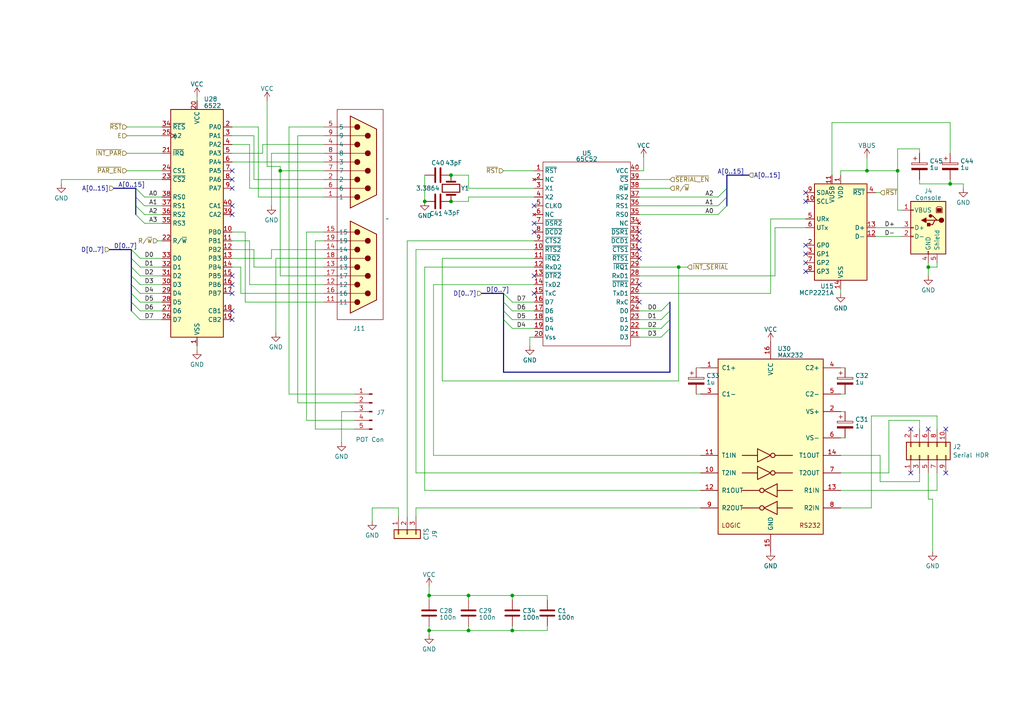
<source format=kicad_sch>
(kicad_sch (version 20231120) (generator "eeschema") (generator_version "8.0")
  (paper "A4")
  (lib_symbols
    (symbol "Connector:USB_B" (pin_names (offset 1.016))
      (property "Reference" "J" (at -5.08 11.43 0))
      (property "Value" "USB_B" (at -5.08 8.89 0))
      (symbol "USB_B_0_1"
        (rectangle (start -5.08 -7.62) (end 5.08 7.62) (stroke (width 0.254)) (fill (type background)))
        (circle (center -3.81 2.159) (radius 0.635) (stroke (width 0.254)) (fill (type outline)))
        (rectangle (start -3.81 5.588) (end -2.54 4.572) (fill (type outline)))
        (circle (center -0.635 3.429) (radius 0.381) (stroke (width 0.254)) (fill (type outline)))
        (rectangle (start -0.127 -7.62) (end 0.127 -6.858))
        (polyline (pts (xy -1.905 2.159) (xy 0.635 2.159)) (stroke (width 0.254)))
        (polyline (pts (xy -3.175 2.159) (xy -2.54 2.159) (xy -1.27 3.429) (xy -0.635 3.429)) (stroke (width 0.254)))
        (polyline (pts (xy -2.54 2.159) (xy -1.905 2.159) (xy -1.27 0.889) (xy 0 0.889)) (stroke (width 0.254)))
        (polyline (pts (xy 0.635 2.794) (xy 0.635 1.524) (xy 1.905 2.159) (xy 0.635 2.794)) (stroke (width 0.254)) (fill (type outline)))
        (polyline (pts (xy -4.064 4.318) (xy -2.286 4.318) (xy -2.286 5.715) (xy -2.667 6.096) (xy -3.683 6.096) (xy -4.064 5.715) (xy -4.064 4.318)))
        (rectangle (start 0.254 1.27) (end -0.508 0.508) (stroke (width 0.254)) (fill (type outline)))
        (rectangle (start 5.08 -2.667) (end 4.318 -2.413))
        (rectangle (start 5.08 -0.127) (end 4.318 0.127))
        (rectangle (start 5.08 4.953) (end 4.318 5.207))
      )
      (symbol "USB_B_1_1"
        (pin power_out line (at 7.62 5.08 180) (length 2.54) (name "VBUS") (number "1"))
        (pin bidirectional line (at 7.62 -2.54 180) (length 2.54) (name "D-") (number "2"))
        (pin bidirectional line (at 7.62 0 180) (length 2.54) (name "D+") (number "3"))
        (pin power_out line (at 0 -10.16 90) (length 2.54) (name "GND") (number "4"))
        (pin passive line (at -2.54 -10.16 90) (length 2.54) (name "Shield") (number "5"))
      )
    )
    (symbol "Connector_Generic:Conn_01x03" (pin_names (offset 1.016) hide)
      (property "Reference" "J" (at 0 5.08 0))
      (property "Value" "Conn_01x03" (at 0 -5.08 0))
      (symbol "Conn_01x03_1_1"
        (rectangle (start -1.27 -2.413) (end 0 -2.667) (stroke (width 0.1524)))
        (rectangle (start -1.27 0.127) (end 0 -0.127) (stroke (width 0.1524)))
        (rectangle (start -1.27 2.667) (end 0 2.413) (stroke (width 0.1524)))
        (rectangle (start -1.27 3.81) (end 1.27 -3.81) (stroke (width 0.254)) (fill (type background)))
        (pin passive line (at -5.08 2.54 0) (length 3.81) (name "Pin_1") (number "1"))
        (pin passive line (at -5.08 0 0) (length 3.81) (name "Pin_2") (number "2"))
        (pin passive line (at -5.08 -2.54 0) (length 3.81) (name "Pin_3") (number "3"))
      )
    )
    (symbol "Connector_Generic:Conn_02x05_Odd_Even" (pin_names (offset 1.016) hide)
      (property "Reference" "J" (at 1.27 7.62 0))
      (property "Value" "Conn_02x05_Odd_Even" (at 1.27 -7.62 0))
      (symbol "Conn_02x05_Odd_Even_1_1"
        (rectangle (start -1.27 -4.953) (end 0 -5.207) (stroke (width 0.1524)))
        (rectangle (start -1.27 -2.413) (end 0 -2.667) (stroke (width 0.1524)))
        (rectangle (start -1.27 0.127) (end 0 -0.127) (stroke (width 0.1524)))
        (rectangle (start -1.27 2.667) (end 0 2.413) (stroke (width 0.1524)))
        (rectangle (start -1.27 5.207) (end 0 4.953) (stroke (width 0.1524)))
        (rectangle (start -1.27 6.35) (end 3.81 -6.35) (stroke (width 0.254)) (fill (type background)))
        (rectangle (start 3.81 -4.953) (end 2.54 -5.207) (stroke (width 0.1524)))
        (rectangle (start 3.81 -2.413) (end 2.54 -2.667) (stroke (width 0.1524)))
        (rectangle (start 3.81 0.127) (end 2.54 -0.127) (stroke (width 0.1524)))
        (rectangle (start 3.81 2.667) (end 2.54 2.413) (stroke (width 0.1524)))
        (rectangle (start 3.81 5.207) (end 2.54 4.953) (stroke (width 0.1524)))
        (pin passive line (at -5.08 5.08 0) (length 3.81) (name "Pin_1") (number "1"))
        (pin passive line (at 7.62 -5.08 180) (length 3.81) (name "Pin_10") (number "10"))
        (pin passive line (at 7.62 5.08 180) (length 3.81) (name "Pin_2") (number "2"))
        (pin passive line (at -5.08 2.54 0) (length 3.81) (name "Pin_3") (number "3"))
        (pin passive line (at 7.62 2.54 180) (length 3.81) (name "Pin_4") (number "4"))
        (pin passive line (at -5.08 0 0) (length 3.81) (name "Pin_5") (number "5"))
        (pin passive line (at 7.62 0 180) (length 3.81) (name "Pin_6") (number "6"))
        (pin passive line (at -5.08 -2.54 0) (length 3.81) (name "Pin_7") (number "7"))
        (pin passive line (at 7.62 -2.54 180) (length 3.81) (name "Pin_8") (number "8"))
        (pin passive line (at -5.08 -5.08 0) (length 3.81) (name "Pin_9") (number "9"))
      )
    )
    (symbol "Device:C" (pin_numbers hide) (pin_names (offset 0.254))
      (property "Reference" "C" (at 0.635 2.54 0))
      (property "Value" "C" (at 0.635 -2.54 0))
      (symbol "C_0_1"
        (polyline (pts (xy -2.032 -0.762) (xy 2.032 -0.762)) (stroke (width 0.508)))
        (polyline (pts (xy -2.032 0.762) (xy 2.032 0.762)) (stroke (width 0.508)))
      )
      (symbol "C_1_1"
        (pin passive line (at 0 3.81 270) (length 2.794) (name "~") (number "1"))
        (pin passive line (at 0 -3.81 90) (length 2.794) (name "~") (number "2"))
      )
    )
    (symbol "Device:C_Polarized" (pin_numbers hide) (pin_names (offset 0.254))
      (property "Reference" "C" (at 0.635 2.54 0))
      (property "Value" "C_Polarized" (at 0.635 -2.54 0))
      (symbol "C_Polarized_0_1"
        (rectangle (start -2.286 0.508) (end 2.286 1.016))
        (polyline (pts (xy -1.778 2.286) (xy -0.762 2.286)))
        (polyline (pts (xy -1.27 2.794) (xy -1.27 1.778)))
        (rectangle (start 2.286 -0.508) (end -2.286 -1.016) (fill (type outline)))
      )
      (symbol "C_Polarized_1_1"
        (pin passive line (at 0 3.81 270) (length 2.794) (name "~") (number "1"))
        (pin passive line (at 0 -3.81 90) (length 2.794) (name "~") (number "2"))
      )
    )
    (symbol "Device:Crystal" (pin_numbers hide) (pin_names (offset 1.016) hide)
      (property "Reference" "Y" (at 0 3.81 0))
      (property "Value" "Crystal" (at 0 -3.81 0))
      (symbol "Crystal_0_1"
        (rectangle (start -1.143 2.54) (end 1.143 -2.54) (stroke (width 0.3048)))
        (polyline (pts (xy -2.54 0) (xy -1.905 0)))
        (polyline (pts (xy -1.905 -1.27) (xy -1.905 1.27)) (stroke (width 0.508)))
        (polyline (pts (xy 1.905 -1.27) (xy 1.905 1.27)) (stroke (width 0.508)))
        (polyline (pts (xy 2.54 0) (xy 1.905 0)))
      )
      (symbol "Crystal_1_1"
        (pin passive line (at -3.81 0 0) (length 1.27) (name "1") (number "1"))
        (pin passive line (at 3.81 0 180) (length 1.27) (name "2") (number "2"))
      )
    )
    (symbol "Dual-DB9:Conn_01x05_Pin" (pin_names (offset 1.016) hide)
      (property "Reference" "J" (at 0 7.62 0))
      (property "Value" "Conn_01x05_Pin" (at 0 -7.62 0))
      (symbol "Conn_01x05_Pin_1_1"
        (polyline (pts (xy 1.27 -5.08) (xy 0.8636 -5.08)) (stroke (width 0.1524)))
        (polyline (pts (xy 1.27 -2.54) (xy 0.8636 -2.54)) (stroke (width 0.1524)))
        (polyline (pts (xy 1.27 0) (xy 0.8636 0)) (stroke (width 0.1524)))
        (polyline (pts (xy 1.27 2.54) (xy 0.8636 2.54)) (stroke (width 0.1524)))
        (polyline (pts (xy 1.27 5.08) (xy 0.8636 5.08)) (stroke (width 0.1524)))
        (rectangle (start 0.8636 -4.953) (end 0 -5.207) (stroke (width 0.1524)) (fill (type outline)))
        (rectangle (start 0.8636 -2.413) (end 0 -2.667) (stroke (width 0.1524)) (fill (type outline)))
        (rectangle (start 0.8636 0.127) (end 0 -0.127) (stroke (width 0.1524)) (fill (type outline)))
        (rectangle (start 0.8636 2.667) (end 0 2.413) (stroke (width 0.1524)) (fill (type outline)))
        (rectangle (start 0.8636 5.207) (end 0 4.953) (stroke (width 0.1524)) (fill (type outline)))
        (pin passive line (at 5.08 5.08 180) (length 3.81) (name "Pin_1") (number "1"))
        (pin passive line (at 5.08 2.54 180) (length 3.81) (name "Pin_2") (number "2"))
        (pin passive line (at 5.08 0 180) (length 3.81) (name "Pin_3") (number "3"))
        (pin passive line (at 5.08 -2.54 180) (length 3.81) (name "Pin_4") (number "4"))
        (pin passive line (at 5.08 -5.08 180) (length 3.81) (name "Pin_5") (number "5"))
      )
    )
    (symbol "Interface_UART:MAX232" (pin_names (offset 1.016))
      (property "Reference" "U" (at -2.54 28.575 0))
      (property "Value" "MAX232" (at -2.54 26.67 0))
      (symbol "MAX232_0_0"
        (text "LOGIC" (at -11.43 -22.86 0) (effects (font (size 1.27 1.27))))
        (text "RS232" (at 11.43 -22.86 0) (effects (font (size 1.27 1.27))))
      )
      (symbol "MAX232_0_1"
        (rectangle (start -15.24 -25.4) (end 15.24 25.4) (stroke (width 0.254)) (fill (type background)))
        (circle (center -2.54 -17.78) (radius 0.635) (stroke (width 0.254)))
        (circle (center -2.54 -12.7) (radius 0.635) (stroke (width 0.254)))
        (polyline (pts (xy -3.81 -7.62) (xy -8.255 -7.62)) (stroke (width 0.254)))
        (polyline (pts (xy -3.81 -2.54) (xy -8.255 -2.54)) (stroke (width 0.254)))
        (polyline (pts (xy -3.175 -17.78) (xy -8.255 -17.78)) (stroke (width 0.254)))
        (polyline (pts (xy -3.175 -12.7) (xy -8.255 -12.7)) (stroke (width 0.254)))
        (polyline (pts (xy 1.27 -7.62) (xy 6.35 -7.62)) (stroke (width 0.254)))
        (polyline (pts (xy 1.27 -2.54) (xy 6.35 -2.54)) (stroke (width 0.254)))
        (polyline (pts (xy 1.905 -17.78) (xy 6.35 -17.78)) (stroke (width 0.254)))
        (polyline (pts (xy 1.905 -12.7) (xy 6.35 -12.7)) (stroke (width 0.254)))
        (polyline (pts (xy -3.81 -5.715) (xy -3.81 -9.525) (xy 0 -7.62) (xy -3.81 -5.715)) (stroke (width 0.254)))
        (polyline (pts (xy -3.81 -0.635) (xy -3.81 -4.445) (xy 0 -2.54) (xy -3.81 -0.635)) (stroke (width 0.254)))
        (polyline (pts (xy 1.905 -15.875) (xy 1.905 -19.685) (xy -1.905 -17.78) (xy 1.905 -15.875)) (stroke (width 0.254)))
        (polyline (pts (xy 1.905 -10.795) (xy 1.905 -14.605) (xy -1.905 -12.7) (xy 1.905 -10.795)) (stroke (width 0.254)))
        (circle (center 0.635 -7.62) (radius 0.635) (stroke (width 0.254)))
        (circle (center 0.635 -2.54) (radius 0.635) (stroke (width 0.254)))
      )
      (symbol "MAX232_1_1"
        (pin passive line (at -20.32 22.86 0) (length 5.08) (name "C1+") (number "1"))
        (pin input line (at -20.32 -7.62 0) (length 5.08) (name "T2IN") (number "10"))
        (pin input line (at -20.32 -2.54 0) (length 5.08) (name "T1IN") (number "11"))
        (pin output line (at -20.32 -12.7 0) (length 5.08) (name "R1OUT") (number "12"))
        (pin input line (at 20.32 -12.7 180) (length 5.08) (name "R1IN") (number "13"))
        (pin output line (at 20.32 -2.54 180) (length 5.08) (name "T1OUT") (number "14"))
        (pin power_in line (at 0 -30.48 90) (length 5.08) (name "GND") (number "15"))
        (pin power_in line (at 0 30.48 270) (length 5.08) (name "VCC") (number "16"))
        (pin power_out line (at 20.32 10.16 180) (length 5.08) (name "VS+") (number "2"))
        (pin passive line (at -20.32 15.24 0) (length 5.08) (name "C1-") (number "3"))
        (pin passive line (at 20.32 22.86 180) (length 5.08) (name "C2+") (number "4"))
        (pin passive line (at 20.32 15.24 180) (length 5.08) (name "C2-") (number "5"))
        (pin power_out line (at 20.32 2.54 180) (length 5.08) (name "VS-") (number "6"))
        (pin output line (at 20.32 -7.62 180) (length 5.08) (name "T2OUT") (number "7"))
        (pin input line (at 20.32 -17.78 180) (length 5.08) (name "R2IN") (number "8"))
        (pin output line (at -20.32 -17.78 0) (length 5.08) (name "R2OUT") (number "9"))
      )
    )
    (symbol "Interface_USB:MCP2221AxP"
      (property "Reference" "U" (at -7.62 16.51 0))
      (property "Value" "MCP2221AxP" (at 12.7 16.51 0))
      (symbol "MCP2221AxP_0_1"
        (rectangle (start -7.62 15.24) (end 7.62 -12.7) (stroke (width 0.254)) (fill (type background)))
      )
      (symbol "MCP2221AxP_1_1"
        (pin power_in line (at 0 17.78 270) (length 2.54) (name "VDD") (number "1"))
        (pin bidirectional line (at 10.16 10.16 180) (length 2.54) (name "SCL") (number "10"))
        (pin passive line (at 2.54 17.78 270) (length 2.54) (name "VUSB") (number "11"))
        (pin bidirectional line (at -10.16 0 0) (length 2.54) (name "D-") (number "12"))
        (pin bidirectional line (at -10.16 2.54 0) (length 2.54) (name "D+") (number "13"))
        (pin power_in line (at 0 -15.24 90) (length 2.54) (name "VSS") (number "14"))
        (pin bidirectional line (at 10.16 -2.54 180) (length 2.54) (name "GP0") (number "2"))
        (pin bidirectional line (at 10.16 -5.08 180) (length 2.54) (name "GP1") (number "3"))
        (pin input line (at -10.16 12.7 0) (length 2.54) (name "~{RST}") (number "4"))
        (pin input line (at 10.16 5.08 180) (length 2.54) (name "URx") (number "5"))
        (pin output line (at 10.16 2.54 180) (length 2.54) (name "UTx") (number "6"))
        (pin bidirectional line (at 10.16 -7.62 180) (length 2.54) (name "GP2") (number "7"))
        (pin bidirectional line (at 10.16 -10.16 180) (length 2.54) (name "GP3") (number "8"))
        (pin bidirectional line (at 10.16 12.7 180) (length 2.54) (name "SDA") (number "9"))
      )
    )
    (symbol "PCM_65xx-library:6522"
      (property "Reference" "U" (at 2.54 38.1 0))
      (property "Value" "6522" (at 2.54 35.56 0))
      (symbol "6522_0_1"
        (rectangle (start -7.62 33.02) (end 7.62 -33.02) (stroke (width 0.254)) (fill (type background)))
      )
      (symbol "6522_1_1"
        (pin power_in line (at 0 -35.56 90) (length 2.54) (name "VSS") (number "1"))
        (pin bidirectional line (at 10.16 -2.54 180) (length 2.54) (name "PB0") (number "10"))
        (pin bidirectional line (at 10.16 -5.08 180) (length 2.54) (name "PB1") (number "11"))
        (pin bidirectional line (at 10.16 -7.62 180) (length 2.54) (name "PB2") (number "12"))
        (pin bidirectional line (at 10.16 -10.16 180) (length 2.54) (name "PB3") (number "13"))
        (pin bidirectional line (at 10.16 -12.7 180) (length 2.54) (name "PB4") (number "14"))
        (pin bidirectional line (at 10.16 -15.24 180) (length 2.54) (name "PB5") (number "15"))
        (pin bidirectional line (at 10.16 -17.78 180) (length 2.54) (name "PB6") (number "16"))
        (pin bidirectional line (at 10.16 -20.32 180) (length 2.54) (name "PB7") (number "17"))
        (pin input line (at 10.16 -25.4 180) (length 2.54) (name "CB1") (number "18"))
        (pin bidirectional line (at 10.16 -27.94 180) (length 2.54) (name "CB2") (number "19"))
        (pin bidirectional line (at 10.16 27.94 180) (length 2.54) (name "PA0") (number "2"))
        (pin power_in line (at 0 35.56 270) (length 2.54) (name "VCC") (number "20"))
        (pin open_collector line (at -10.16 20.32 0) (length 2.54) (name "~{IRQ}") (number "21"))
        (pin input line (at -10.16 -5.08 0) (length 2.54) (name "R/~{W}") (number "22"))
        (pin input line (at -10.16 12.7 0) (length 2.54) (name "~{CS2}") (number "23"))
        (pin input line (at -10.16 15.24 0) (length 2.54) (name "CS1") (number "24"))
        (pin input clock (at -10.16 25.4 0) (length 2.54) (name "ϕ2") (number "25"))
        (pin bidirectional line (at -10.16 -27.94 0) (length 2.54) (name "D7") (number "26"))
        (pin bidirectional line (at -10.16 -25.4 0) (length 2.54) (name "D6") (number "27"))
        (pin bidirectional line (at -10.16 -22.86 0) (length 2.54) (name "D5") (number "28"))
        (pin bidirectional line (at -10.16 -20.32 0) (length 2.54) (name "D4") (number "29"))
        (pin bidirectional line (at 10.16 25.4 180) (length 2.54) (name "PA1") (number "3"))
        (pin bidirectional line (at -10.16 -17.78 0) (length 2.54) (name "D3") (number "30"))
        (pin bidirectional line (at -10.16 -15.24 0) (length 2.54) (name "D2") (number "31"))
        (pin bidirectional line (at -10.16 -12.7 0) (length 2.54) (name "D1") (number "32"))
        (pin bidirectional line (at -10.16 -10.16 0) (length 2.54) (name "D0") (number "33"))
        (pin input line (at -10.16 27.94 0) (length 2.54) (name "~{RES}") (number "34"))
        (pin input line (at -10.16 0 0) (length 2.54) (name "RS3") (number "35"))
        (pin input line (at -10.16 2.54 0) (length 2.54) (name "RS2") (number "36"))
        (pin input line (at -10.16 5.08 0) (length 2.54) (name "RS1") (number "37"))
        (pin input line (at -10.16 7.62 0) (length 2.54) (name "RS0") (number "38"))
        (pin bidirectional line (at 10.16 2.54 180) (length 2.54) (name "CA2") (number "39"))
        (pin bidirectional line (at 10.16 22.86 180) (length 2.54) (name "PA2") (number "4"))
        (pin input line (at 10.16 5.08 180) (length 2.54) (name "CA1") (number "40"))
        (pin bidirectional line (at 10.16 20.32 180) (length 2.54) (name "PA3") (number "5"))
        (pin bidirectional line (at 10.16 17.78 180) (length 2.54) (name "PA4") (number "6"))
        (pin bidirectional line (at 10.16 15.24 180) (length 2.54) (name "PA5") (number "7"))
        (pin bidirectional line (at 10.16 12.7 180) (length 2.54) (name "PA6") (number "8"))
        (pin bidirectional line (at 10.16 10.16 180) (length 2.54) (name "PA7") (number "9"))
      )
    )
    (symbol "motherboard:65c52"
      (property "Reference" "U" (at -0.254 -14.478 0))
      (symbol "65c52_0_1"
        (rectangle (start -12.7 44.45) (end 12.7 -8.89))
      )
      (symbol "65c52_1_1"
        (pin input line (at -15.24 41.91 0) (length 2.54) (name "~{RST}") (number "1"))
        (pin output line (at -15.24 19.05 0) (length 2.54) (name "~{RTS2}") (number "10"))
        (pin output line (at -15.24 16.51 0) (length 2.54) (name "~{IRQ2}") (number "11"))
        (pin input line (at -15.24 13.97 0) (length 2.54) (name "RxD2") (number "12"))
        (pin output line (at -15.24 11.43 0) (length 2.54) (name "~{DTR2}") (number "13"))
        (pin output line (at -15.24 8.89 0) (length 2.54) (name "TxD2") (number "14"))
        (pin input line (at -15.24 6.35 0) (length 2.54) (name "TxC") (number "15"))
        (pin bidirectional line (at -15.24 3.81 0) (length 2.54) (name "D7") (number "16"))
        (pin bidirectional line (at -15.24 1.27 0) (length 2.54) (name "D6") (number "17"))
        (pin bidirectional line (at -15.24 -1.27 0) (length 2.54) (name "D5") (number "18"))
        (pin bidirectional line (at -15.24 -3.81 0) (length 2.54) (name "D4") (number "19"))
        (pin no_connect line (at -15.24 39.37 0) (length 2.54) (name "NC") (number "2"))
        (pin power_in line (at -15.24 -6.35 0) (length 2.54) (name "Vss") (number "20"))
        (pin bidirectional line (at 15.24 -6.35 180) (length 2.54) (name "D3") (number "21"))
        (pin bidirectional line (at 15.24 -3.81 180) (length 2.54) (name "D2") (number "22"))
        (pin bidirectional line (at 15.24 -1.27 180) (length 2.54) (name "D1") (number "23"))
        (pin bidirectional line (at 15.24 1.27 180) (length 2.54) (name "D0") (number "24"))
        (pin input line (at 15.24 3.81 180) (length 2.54) (name "RxC") (number "25"))
        (pin output line (at 15.24 6.35 180) (length 2.54) (name "TxD1") (number "26"))
        (pin output line (at 15.24 8.89 180) (length 2.54) (name "~{DTR1}") (number "27"))
        (pin input line (at 15.24 11.43 180) (length 2.54) (name "RxD1") (number "28"))
        (pin output line (at 15.24 13.97 180) (length 2.54) (name "~{IRQ1}") (number "29"))
        (pin bidirectional line (at -15.24 36.83 0) (length 2.54) (name "X1") (number "3"))
        (pin output line (at 15.24 16.51 180) (length 2.54) (name "~{RTS1}") (number "30"))
        (pin input line (at 15.24 19.05 180) (length 2.54) (name "~{CTS1}") (number "31"))
        (pin input line (at 15.24 21.59 180) (length 2.54) (name "~{DCD1}") (number "32"))
        (pin input line (at 15.24 24.13 180) (length 2.54) (name "~{DSR1}") (number "33"))
        (pin no_connect line (at 15.24 26.67 180) (length 2.54) (name "NC") (number "34"))
        (pin input line (at 15.24 29.21 180) (length 2.54) (name "RS0") (number "35"))
        (pin input line (at 15.24 31.75 180) (length 2.54) (name "RS1") (number "36"))
        (pin input line (at 15.24 34.29 180) (length 2.54) (name "RS2") (number "37"))
        (pin input line (at 15.24 36.83 180) (length 2.54) (name "R~{W}") (number "38"))
        (pin input line (at 15.24 39.37 180) (length 2.54) (name "~{CS}") (number "39"))
        (pin bidirectional line (at -15.24 34.29 0) (length 2.54) (name "X2") (number "4"))
        (pin output line (at 15.24 41.91 180) (length 2.54) (name "VCC") (number "40"))
        (pin output line (at -15.24 31.75 0) (length 2.54) (name "CLKO") (number "5"))
        (pin no_connect line (at -15.24 29.21 0) (length 2.54) (name "NC") (number "6"))
        (pin input line (at -15.24 26.67 0) (length 2.54) (name "~{DSR2}") (number "7"))
        (pin input line (at -15.24 24.13 0) (length 2.54) (name "~{DCD2}") (number "8"))
        (pin input line (at -15.24 21.59 0) (length 2.54) (name "~{CTS2}") (number "9"))
      )
    )
    (symbol "motherboard:Dual-DB9"
      (property "Reference" "J" (at -1.27 -33.782 0))
      (symbol "Dual-DB9_0_1"
        (polyline (pts (xy -2.54 -25.4) (xy 1.27 -25.4)))
        (polyline (pts (xy -2.54 -22.86) (xy 1.27 -22.86)))
        (polyline (pts (xy -2.54 -20.32) (xy -1.905 -20.32)))
        (polyline (pts (xy -2.54 -17.78) (xy 1.27 -17.78)))
        (polyline (pts (xy -2.54 -15.24) (xy 1.27 -15.24)))
        (polyline (pts (xy -2.54 -12.7) (xy 1.27 -12.7)))
        (polyline (pts (xy -2.54 -10.16) (xy 1.27 -10.16)))
        (polyline (pts (xy -2.54 -5.08) (xy 1.27 -5.08)))
        (polyline (pts (xy -2.54 5.08) (xy 1.27 5.08)))
        (polyline (pts (xy -2.54 7.62) (xy 1.27 7.62)))
        (polyline (pts (xy -2.54 10.16) (xy -1.905 10.16)))
        (polyline (pts (xy -2.54 12.7) (xy 1.27 12.7)))
        (polyline (pts (xy -2.54 15.24) (xy 1.27 15.24)))
        (polyline (pts (xy -2.54 17.78) (xy 1.27 17.78)))
        (polyline (pts (xy -2.54 20.32) (xy 1.27 20.32)))
        (polyline (pts (xy -2.54 25.4) (xy 1.27 25.4)))
        (polyline (pts (xy -1.905 -20.32) (xy 1.27 -20.32)))
        (polyline (pts (xy -1.905 10.16) (xy 1.27 10.16)))
        (polyline (pts (xy 1.27 -25.4) (xy 2.54 -25.4)))
        (polyline (pts (xy 1.27 -22.86) (xy 5.588 -22.86)))
        (polyline (pts (xy 1.27 -20.32) (xy 2.54 -20.32)))
        (polyline (pts (xy 1.27 -17.78) (xy 5.588 -17.78)))
        (polyline (pts (xy 1.27 -15.24) (xy 2.54 -15.24)))
        (polyline (pts (xy 1.27 -12.7) (xy 5.588 -12.7)))
        (polyline (pts (xy 1.27 -10.16) (xy 2.54 -10.16)))
        (polyline (pts (xy 1.27 -7.62) (xy -2.54 -7.62)))
        (polyline (pts (xy 1.27 -7.62) (xy 5.588 -7.62)))
        (polyline (pts (xy 1.27 -5.08) (xy 2.54 -5.08)))
        (polyline (pts (xy 1.27 5.08) (xy 2.54 5.08)))
        (polyline (pts (xy 1.27 7.62) (xy 5.588 7.62)))
        (polyline (pts (xy 1.27 10.16) (xy 2.54 10.16)))
        (polyline (pts (xy 1.27 12.7) (xy 5.588 12.7)))
        (polyline (pts (xy 1.27 15.24) (xy 2.54 15.24)))
        (polyline (pts (xy 1.27 17.78) (xy 5.588 17.78)))
        (polyline (pts (xy 1.27 20.32) (xy 2.54 20.32)))
        (polyline (pts (xy 1.27 22.86) (xy -2.54 22.86)))
        (polyline (pts (xy 1.27 22.86) (xy 5.588 22.86)))
        (polyline (pts (xy 1.27 25.4) (xy 2.54 25.4)))
        (polyline (pts (xy -2.54 30.48) (xy -2.54 -30.48) (xy 10.795 -30.48) (xy 10.795 30.48) (xy -2.54 30.48)))
        (polyline (pts (xy 1.27 -28.575) (xy 1.27 -1.905) (xy 8.89 -5.715) (xy 8.89 -24.765) (xy 1.27 -28.575)) (stroke (width 0.254)) (fill (type background)))
        (polyline (pts (xy 1.27 1.905) (xy 1.27 28.575) (xy 8.89 24.765) (xy 8.89 5.715) (xy 1.27 1.905)) (stroke (width 0.254)) (fill (type background)))
        (circle (center 3.302 -25.4) (radius 0.762) (fill (type outline)))
        (circle (center 3.302 -20.32) (radius 0.762) (fill (type outline)))
        (circle (center 3.302 -15.24) (radius 0.762) (fill (type outline)))
        (circle (center 3.302 -10.16) (radius 0.762) (fill (type outline)))
        (circle (center 3.302 -5.08) (radius 0.762) (fill (type outline)))
        (circle (center 3.302 5.08) (radius 0.762) (fill (type outline)))
        (circle (center 3.302 10.16) (radius 0.762) (fill (type outline)))
        (circle (center 3.302 15.24) (radius 0.762) (fill (type outline)))
        (circle (center 3.302 20.32) (radius 0.762) (fill (type outline)))
        (circle (center 3.302 25.4) (radius 0.762) (fill (type outline)))
        (circle (center 6.35 -22.86) (radius 0.762) (fill (type outline)))
        (circle (center 6.35 -17.78) (radius 0.762) (fill (type outline)))
        (circle (center 6.35 -12.7) (radius 0.762) (fill (type outline)))
        (circle (center 6.35 -7.62) (radius 0.762) (fill (type outline)))
        (circle (center 6.35 7.62) (radius 0.762) (fill (type outline)))
        (circle (center 6.35 12.7) (radius 0.762) (fill (type outline)))
        (circle (center 6.35 17.78) (radius 0.762) (fill (type outline)))
        (circle (center 6.35 22.86) (radius 0.762) (fill (type outline)))
      )
      (symbol "Dual-DB9_1_1"
        (pin passive line (at -6.35 5.08 0) (length 3.81) (name "1") (number "1"))
        (pin passive line (at -6.35 -25.4 0) (length 3.81) (name "11") (number "11"))
        (pin passive line (at -6.35 -20.32 0) (length 3.81) (name "12") (number "12"))
        (pin passive line (at -6.35 -15.24 0) (length 3.81) (name "13") (number "13"))
        (pin passive line (at -6.35 -10.16 0) (length 3.81) (name "14") (number "14"))
        (pin passive line (at -6.35 -5.08 0) (length 3.81) (name "15") (number "15"))
        (pin passive line (at -6.35 -22.86 0) (length 3.81) (name "16") (number "16"))
        (pin passive line (at -6.35 -17.78 0) (length 3.81) (name "17") (number "17"))
        (pin passive line (at -6.35 -12.7 0) (length 3.81) (name "18") (number "18"))
        (pin passive line (at -6.35 -7.62 0) (length 3.81) (name "19") (number "19"))
        (pin passive line (at -6.35 10.16 0) (length 3.81) (name "2") (number "2"))
        (pin passive line (at -6.35 15.24 0) (length 3.81) (name "3") (number "3"))
        (pin passive line (at -6.35 20.32 0) (length 3.81) (name "4") (number "4"))
        (pin passive line (at -6.35 25.4 0) (length 3.81) (name "5") (number "5"))
        (pin passive line (at -6.35 7.62 0) (length 3.81) (name "6") (number "6"))
        (pin passive line (at -6.35 12.7 0) (length 3.81) (name "7") (number "7"))
        (pin passive line (at -6.35 17.78 0) (length 3.81) (name "8") (number "8"))
        (pin passive line (at -6.35 22.86 0) (length 3.81) (name "9") (number "9"))
      )
    )
    (symbol "power:GND" (power) (pin_names (offset 0))
      (property "Value" "GND" (at 0 -3.81 0))
      (symbol "GND_0_1"
        (polyline (pts (xy 0 0) (xy 0 -1.27) (xy 1.27 -1.27) (xy 0 -2.54) (xy -1.27 -1.27) (xy 0 -1.27)))
      )
      (symbol "GND_1_1"
        (pin power_in line (at 0 0 270) (length 0) hide (name "GND") (number "1"))
      )
    )
    (symbol "power:VBUS" (power) (pin_names (offset 0))
      (property "Value" "VBUS" (at 0 3.81 0))
      (symbol "VBUS_0_1"
        (polyline (pts (xy -0.762 1.27) (xy 0 2.54)))
        (polyline (pts (xy 0 0) (xy 0 2.54)))
        (polyline (pts (xy 0 2.54) (xy 0.762 1.27)))
      )
      (symbol "VBUS_1_1"
        (pin power_in line (at 0 0 90) (length 0) hide (name "VBUS") (number "1"))
      )
    )
    (symbol "power:VCC" (power) (pin_names (offset 0))
      (property "Value" "VCC" (at 0 3.81 0))
      (symbol "VCC_0_1"
        (polyline (pts (xy -0.762 1.27) (xy 0 2.54)))
        (polyline (pts (xy 0 0) (xy 0 2.54)))
        (polyline (pts (xy 0 2.54) (xy 0.762 1.27)))
      )
      (symbol "VCC_1_1"
        (pin power_in line (at 0 0 90) (length 0) hide (name "VCC") (number "1"))
      )
    )
  )
  (junction (at 130.81 50.8))
  (junction (at 123.19 58.42))
  (junction (at 130.81 58.42))
  (junction (at 124.46 172.72))
  (junction (at 135.89 182.88))
  (junction (at 260.35 49.53))
  (junction (at 135.89 172.72))
  (junction (at 81.28 49.53))
  (junction (at 196.85 77.47))
  (junction (at 251.46 49.53))
  (junction (at 275.59 53.34))
  (junction (at 269.24 77.47))
  (junction (at 148.59 172.72))
  (junction (at 124.46 182.88))
  (junction (at 148.59 182.88))
  (no_connect (at 233.68 71.12))
  (no_connect (at 67.31 62.23))
  (no_connect (at 264.16 124.46))
  (no_connect (at 67.31 54.61))
  (no_connect (at 185.42 69.85))
  (no_connect (at 67.31 85.09))
  (no_connect (at 154.94 64.77))
  (no_connect (at 67.31 59.69))
  (no_connect (at 233.68 78.74))
  (no_connect (at 67.31 92.71))
  (no_connect (at 67.31 52.07))
  (no_connect (at 264.16 137.16))
  (no_connect (at 233.68 76.2))
  (no_connect (at 269.24 124.46))
  (no_connect (at 185.42 72.39))
  (no_connect (at 233.68 73.66))
  (no_connect (at 67.31 49.53))
  (no_connect (at 185.42 87.63))
  (no_connect (at 185.42 67.31))
  (no_connect (at 67.31 90.17))
  (no_connect (at 154.94 85.09))
  (no_connect (at 67.31 80.01))
  (no_connect (at 154.94 59.69))
  (no_connect (at 154.94 80.01))
  (no_connect (at 274.32 124.46))
  (no_connect (at 185.42 74.93))
  (no_connect (at 154.94 67.31))
  (no_connect (at 185.42 82.55))
  (no_connect (at 233.68 55.88))
  (no_connect (at 274.32 137.16))
  (no_connect (at 233.68 58.42))
  (no_connect (at 67.31 82.55))
  (bus_entry (at 39.37 62.23) (size 2.54 2.54))
  (bus_entry (at 210.82 57.15) (size -2.54 2.54))
  (bus_entry (at 39.37 54.61) (size 2.54 2.54))
  (bus_entry (at 194.31 95.25) (size -2.54 2.54))
  (bus_entry (at 146.05 85.09) (size 2.54 2.54))
  (bus_entry (at 38.1 82.55) (size 2.54 2.54))
  (bus_entry (at 146.05 92.71) (size 2.54 2.54))
  (bus_entry (at 38.1 87.63) (size 2.54 2.54))
  (bus_entry (at 38.1 80.01) (size 2.54 2.54))
  (bus_entry (at 38.1 74.93) (size 2.54 2.54))
  (bus_entry (at 210.82 54.61) (size -2.54 2.54))
  (bus_entry (at 38.1 90.17) (size 2.54 2.54))
  (bus_entry (at 39.37 57.15) (size 2.54 2.54))
  (bus_entry (at 146.05 87.63) (size 2.54 2.54))
  (bus_entry (at 210.82 59.69) (size -2.54 2.54))
  (bus_entry (at 194.31 90.17) (size -2.54 2.54))
  (bus_entry (at 38.1 72.39) (size 2.54 2.54))
  (bus_entry (at 194.31 92.71) (size -2.54 2.54))
  (bus_entry (at 38.1 85.09) (size 2.54 2.54))
  (bus_entry (at 194.31 87.63) (size -2.54 2.54))
  (bus_entry (at 146.05 90.17) (size 2.54 2.54))
  (bus_entry (at 39.37 59.69) (size 2.54 2.54))
  (bus_entry (at 38.1 77.47) (size 2.54 2.54))
  (wire (pts (xy 123.19 50.8) (xy 123.19 58.42)))
  (bus (pts (xy 210.82 54.61) (xy 210.82 57.15)))
  (wire (pts (xy 275.59 53.34) (xy 279.4 53.34)))
  (wire (pts (xy 77.47 29.21) (xy 77.47 48.26)))
  (wire (pts (xy 93.98 77.47) (xy 73.66 77.47)))
  (wire (pts (xy 257.81 121.92) (xy 257.81 137.16)))
  (wire (pts (xy 270.51 144.78) (xy 269.24 144.78)))
  (wire (pts (xy 146.05 49.53) (xy 154.94 49.53)))
  (wire (pts (xy 93.98 82.55) (xy 72.39 82.55)))
  (wire (pts (xy 251.46 45.72) (xy 251.46 49.53)))
  (wire (pts (xy 185.42 85.09) (xy 223.52 85.09)))
  (wire (pts (xy 266.7 137.16) (xy 266.7 139.7)))
  (wire (pts (xy 81.28 49.53) (xy 81.28 48.26)))
  (wire (pts (xy 148.59 90.17) (xy 154.94 90.17)))
  (wire (pts (xy 266.7 44.45) (xy 266.7 43.18)))
  (wire (pts (xy 186.69 45.72) (xy 186.69 49.53)))
  (wire (pts (xy 252.73 120.65) (xy 252.73 147.32)))
  (wire (pts (xy 40.64 77.47) (xy 46.99 77.47)))
  (wire (pts (xy 135.89 182.88) (xy 148.59 182.88)))
  (wire (pts (xy 69.85 85.09) (xy 69.85 77.47)))
  (wire (pts (xy 191.77 92.71) (xy 185.42 92.71)))
  (wire (pts (xy 93.98 54.61) (xy 72.39 54.61)))
  (wire (pts (xy 41.91 64.77) (xy 46.99 64.77)))
  (wire (pts (xy 257.81 137.16) (xy 243.84 137.16)))
  (wire (pts (xy 260.35 49.53) (xy 251.46 49.53)))
  (wire (pts (xy 266.7 124.46) (xy 266.7 121.92)))
  (wire (pts (xy 124.46 182.88) (xy 124.46 184.15)))
  (wire (pts (xy 260.35 43.18) (xy 260.35 49.53)))
  (wire (pts (xy 36.83 39.37) (xy 46.99 39.37)))
  (wire (pts (xy 255.27 139.7) (xy 266.7 139.7)))
  (wire (pts (xy 223.52 63.5) (xy 233.68 63.5)))
  (wire (pts (xy 124.46 181.61) (xy 124.46 182.88)))
  (wire (pts (xy 243.84 114.3) (xy 245.11 114.3)))
  (wire (pts (xy 224.79 66.04) (xy 233.68 66.04)))
  (wire (pts (xy 78.74 72.39) (xy 78.74 74.93)))
  (bus (pts (xy 31.75 72.39) (xy 38.1 72.39)))
  (wire (pts (xy 40.64 82.55) (xy 46.99 82.55)))
  (wire (pts (xy 271.78 76.2) (xy 271.78 77.47)))
  (wire (pts (xy 78.74 74.93) (xy 67.31 74.93)))
  (wire (pts (xy 135.89 54.61) (xy 154.94 54.61)))
  (bus (pts (xy 146.05 87.63) (xy 146.05 90.17)))
  (wire (pts (xy 148.59 172.72) (xy 158.75 172.72)))
  (wire (pts (xy 135.89 182.88) (xy 135.89 181.61)))
  (bus (pts (xy 146.05 107.95) (xy 194.31 107.95)))
  (wire (pts (xy 93.98 57.15) (xy 74.93 57.15)))
  (wire (pts (xy 74.93 36.83) (xy 67.31 36.83)))
  (wire (pts (xy 128.27 74.93) (xy 154.94 74.93)))
  (wire (pts (xy 73.66 52.07) (xy 73.66 39.37)))
  (bus (pts (xy 39.37 57.15) (xy 39.37 54.61)))
  (wire (pts (xy 201.93 106.68) (xy 203.2 106.68)))
  (wire (pts (xy 154.94 69.85) (xy 118.11 69.85)))
  (wire (pts (xy 130.81 50.8) (xy 135.89 50.8)))
  (wire (pts (xy 153.67 100.33) (xy 153.67 97.79)))
  (wire (pts (xy 72.39 41.91) (xy 72.39 54.61)))
  (wire (pts (xy 72.39 69.85) (xy 67.31 69.85)))
  (wire (pts (xy 91.44 124.46) (xy 91.44 69.85)))
  (wire (pts (xy 115.57 147.32) (xy 115.57 149.86)))
  (wire (pts (xy 40.64 80.01) (xy 46.99 80.01)))
  (wire (pts (xy 123.19 142.24) (xy 123.19 77.47)))
  (bus (pts (xy 194.31 90.17) (xy 194.31 92.71)))
  (wire (pts (xy 158.75 182.88) (xy 158.75 181.61)))
  (wire (pts (xy 86.36 39.37) (xy 93.98 39.37)))
  (wire (pts (xy 196.85 77.47) (xy 196.85 110.49)))
  (wire (pts (xy 67.31 77.47) (xy 69.85 77.47)))
  (wire (pts (xy 124.46 182.88) (xy 135.89 182.88)))
  (wire (pts (xy 266.7 53.34) (xy 275.59 53.34)))
  (bus (pts (xy 210.82 50.8) (xy 210.82 54.61)))
  (wire (pts (xy 125.73 132.08) (xy 125.73 82.55)))
  (wire (pts (xy 73.66 39.37) (xy 67.31 39.37)))
  (wire (pts (xy 266.7 43.18) (xy 260.35 43.18)))
  (wire (pts (xy 99.06 119.38) (xy 99.06 128.27)))
  (wire (pts (xy 93.98 87.63) (xy 71.12 87.63)))
  (wire (pts (xy 185.42 62.23) (xy 208.28 62.23)))
  (wire (pts (xy 40.64 74.93) (xy 46.99 74.93)))
  (wire (pts (xy 223.52 85.09) (xy 223.52 63.5)))
  (wire (pts (xy 93.98 52.07) (xy 73.66 52.07)))
  (wire (pts (xy 45.72 69.85) (xy 46.99 69.85)))
  (wire (pts (xy 78.74 72.39) (xy 93.98 72.39)))
  (wire (pts (xy 40.64 87.63) (xy 46.99 87.63)))
  (bus (pts (xy 38.1 77.47) (xy 38.1 80.01)))
  (wire (pts (xy 255.27 132.08) (xy 255.27 139.7)))
  (wire (pts (xy 135.89 172.72) (xy 148.59 172.72)))
  (wire (pts (xy 224.79 80.01) (xy 185.42 80.01)))
  (wire (pts (xy 148.59 172.72) (xy 148.59 173.99)))
  (wire (pts (xy 81.28 49.53) (xy 81.28 80.01)))
  (wire (pts (xy 41.91 59.69) (xy 46.99 59.69)))
  (wire (pts (xy 148.59 92.71) (xy 154.94 92.71)))
  (wire (pts (xy 148.59 95.25) (xy 154.94 95.25)))
  (wire (pts (xy 260.35 60.96) (xy 261.62 60.96)))
  (wire (pts (xy 93.98 44.45) (xy 78.74 44.45)))
  (wire (pts (xy 191.77 95.25) (xy 185.42 95.25)))
  (wire (pts (xy 102.87 116.84) (xy 86.36 116.84)))
  (wire (pts (xy 73.66 77.47) (xy 73.66 72.39)))
  (wire (pts (xy 196.85 77.47) (xy 199.39 77.47)))
  (wire (pts (xy 243.84 119.38) (xy 245.11 119.38)))
  (wire (pts (xy 41.91 57.15) (xy 46.99 57.15)))
  (wire (pts (xy 251.46 49.53) (xy 243.84 49.53)))
  (wire (pts (xy 40.64 92.71) (xy 46.99 92.71)))
  (wire (pts (xy 279.4 53.34) (xy 279.4 54.61)))
  (wire (pts (xy 91.44 69.85) (xy 93.98 69.85)))
  (wire (pts (xy 135.89 57.15) (xy 135.89 58.42)))
  (wire (pts (xy 17.78 52.07) (xy 46.99 52.07)))
  (wire (pts (xy 260.35 49.53) (xy 260.35 60.96)))
  (bus (pts (xy 210.82 57.15) (xy 210.82 59.69)))
  (bus (pts (xy 194.31 87.63) (xy 194.31 90.17)))
  (wire (pts (xy 36.83 44.45) (xy 46.99 44.45)))
  (wire (pts (xy 120.65 147.32) (xy 120.65 149.86)))
  (wire (pts (xy 271.78 137.16) (xy 271.78 142.24)))
  (bus (pts (xy 194.31 92.71) (xy 194.31 95.25)))
  (wire (pts (xy 269.24 77.47) (xy 271.78 77.47)))
  (wire (pts (xy 148.59 182.88) (xy 158.75 182.88)))
  (wire (pts (xy 123.19 142.24) (xy 203.2 142.24)))
  (wire (pts (xy 120.65 147.32) (xy 203.2 147.32)))
  (bus (pts (xy 146.05 92.71) (xy 146.05 107.95)))
  (wire (pts (xy 71.12 67.31) (xy 67.31 67.31)))
  (wire (pts (xy 252.73 147.32) (xy 243.84 147.32)))
  (wire (pts (xy 135.89 50.8) (xy 135.89 54.61)))
  (wire (pts (xy 241.3 35.56) (xy 241.3 50.8)))
  (wire (pts (xy 57.15 27.94) (xy 57.15 29.21)))
  (wire (pts (xy 124.46 172.72) (xy 135.89 172.72)))
  (wire (pts (xy 41.91 62.23) (xy 46.99 62.23)))
  (wire (pts (xy 93.98 74.93) (xy 80.01 74.93)))
  (wire (pts (xy 102.87 119.38) (xy 99.06 119.38)))
  (wire (pts (xy 40.64 85.09) (xy 46.99 85.09)))
  (wire (pts (xy 76.2 44.45) (xy 67.31 44.45)))
  (wire (pts (xy 102.87 121.92) (xy 88.9 121.92)))
  (wire (pts (xy 243.84 83.82) (xy 243.84 85.09)))
  (wire (pts (xy 148.59 182.88) (xy 148.59 181.61)))
  (wire (pts (xy 57.15 100.33) (xy 57.15 101.6)))
  (wire (pts (xy 118.11 69.85) (xy 118.11 149.86)))
  (wire (pts (xy 185.42 59.69) (xy 208.28 59.69)))
  (bus (pts (xy 146.05 90.17) (xy 146.05 92.71)))
  (wire (pts (xy 269.24 137.16) (xy 269.24 144.78)))
  (wire (pts (xy 243.84 106.68) (xy 245.11 106.68)))
  (wire (pts (xy 243.84 142.24) (xy 271.78 142.24)))
  (wire (pts (xy 81.28 48.26) (xy 77.47 48.26)))
  (wire (pts (xy 78.74 44.45) (xy 78.74 59.69)))
  (wire (pts (xy 102.87 124.46) (xy 91.44 124.46)))
  (wire (pts (xy 86.36 116.84) (xy 86.36 39.37)))
  (wire (pts (xy 93.98 49.53) (xy 81.28 49.53)))
  (bus (pts (xy 39.37 59.69) (xy 39.37 57.15)))
  (bus (pts (xy 139.7 85.09) (xy 146.05 85.09)))
  (wire (pts (xy 191.77 97.79) (xy 185.42 97.79)))
  (bus (pts (xy 217.17 50.8) (xy 210.82 50.8)))
  (wire (pts (xy 83.82 114.3) (xy 102.87 114.3)))
  (wire (pts (xy 269.24 77.47) (xy 269.24 80.01)))
  (bus (pts (xy 38.1 80.01) (xy 38.1 82.55)))
  (wire (pts (xy 67.31 46.99) (xy 93.98 46.99)))
  (bus (pts (xy 38.1 82.55) (xy 38.1 85.09)))
  (wire (pts (xy 71.12 87.63) (xy 71.12 67.31)))
  (wire (pts (xy 158.75 172.72) (xy 158.75 173.99)))
  (wire (pts (xy 275.59 35.56) (xy 241.3 35.56)))
  (bus (pts (xy 38.1 87.63) (xy 38.1 90.17)))
  (wire (pts (xy 275.59 44.45) (xy 275.59 35.56)))
  (wire (pts (xy 266.7 121.92) (xy 257.81 121.92)))
  (wire (pts (xy 130.81 58.42) (xy 135.89 58.42)))
  (wire (pts (xy 93.98 85.09) (xy 69.85 85.09)))
  (wire (pts (xy 271.78 120.65) (xy 252.73 120.65)))
  (wire (pts (xy 243.84 49.53) (xy 243.84 50.8)))
  (wire (pts (xy 243.84 127) (xy 245.11 127)))
  (bus (pts (xy 38.1 74.93) (xy 38.1 77.47)))
  (wire (pts (xy 125.73 82.55) (xy 154.94 82.55)))
  (wire (pts (xy 128.27 110.49) (xy 128.27 74.93)))
  (wire (pts (xy 17.78 52.07) (xy 17.78 53.34)))
  (wire (pts (xy 254 66.04) (xy 261.62 66.04)))
  (wire (pts (xy 72.39 41.91) (xy 67.31 41.91)))
  (wire (pts (xy 124.46 170.18) (xy 124.46 172.72)))
  (wire (pts (xy 88.9 67.31) (xy 93.98 67.31)))
  (wire (pts (xy 194.31 52.07) (xy 185.42 52.07)))
  (wire (pts (xy 93.98 36.83) (xy 83.82 36.83)))
  (wire (pts (xy 123.19 77.47) (xy 154.94 77.47)))
  (wire (pts (xy 153.67 97.79) (xy 154.94 97.79)))
  (wire (pts (xy 80.01 74.93) (xy 80.01 96.52)))
  (wire (pts (xy 81.28 80.01) (xy 93.98 80.01)))
  (wire (pts (xy 196.85 110.49) (xy 128.27 110.49)))
  (wire (pts (xy 73.66 72.39) (xy 67.31 72.39)))
  (bus (pts (xy 38.1 72.39) (xy 38.1 74.93)))
  (wire (pts (xy 88.9 121.92) (xy 88.9 67.31)))
  (bus (pts (xy 39.37 62.23) (xy 39.37 59.69)))
  (wire (pts (xy 40.64 90.17) (xy 46.99 90.17)))
  (wire (pts (xy 107.95 147.32) (xy 115.57 147.32)))
  (wire (pts (xy 74.93 57.15) (xy 74.93 36.83)))
  (wire (pts (xy 266.7 52.07) (xy 266.7 53.34)))
  (wire (pts (xy 83.82 36.83) (xy 83.82 114.3)))
  (wire (pts (xy 135.89 172.72) (xy 135.89 173.99)))
  (wire (pts (xy 275.59 52.07) (xy 275.59 53.34)))
  (wire (pts (xy 125.73 132.08) (xy 203.2 132.08)))
  (wire (pts (xy 36.83 49.53) (xy 46.99 49.53)))
  (bus (pts (xy 146.05 85.09) (xy 146.05 87.63)))
  (wire (pts (xy 154.94 72.39) (xy 120.65 72.39)))
  (wire (pts (xy 269.24 76.2) (xy 269.24 77.47)))
  (wire (pts (xy 36.83 36.83) (xy 46.99 36.83)))
  (wire (pts (xy 154.94 57.15) (xy 135.89 57.15)))
  (wire (pts (xy 191.77 90.17) (xy 185.42 90.17)))
  (wire (pts (xy 185.42 57.15) (xy 208.28 57.15)))
  (wire (pts (xy 201.93 114.3) (xy 203.2 114.3)))
  (bus (pts (xy 38.1 85.09) (xy 38.1 87.63)))
  (wire (pts (xy 194.31 54.61) (xy 185.42 54.61)))
  (bus (pts (xy 33.02 54.61) (xy 39.37 54.61)))
  (wire (pts (xy 148.59 87.63) (xy 154.94 87.63)))
  (wire (pts (xy 270.51 144.78) (xy 270.51 160.02)))
  (wire (pts (xy 72.39 82.55) (xy 72.39 69.85)))
  (wire (pts (xy 271.78 124.46) (xy 271.78 120.65)))
  (wire (pts (xy 185.42 49.53) (xy 186.69 49.53)))
  (wire (pts (xy 255.27 132.08) (xy 243.84 132.08)))
  (wire (pts (xy 76.2 41.91) (xy 76.2 44.45)))
  (wire (pts (xy 185.42 77.47) (xy 196.85 77.47)))
  (wire (pts (xy 120.65 72.39) (xy 120.65 137.16)))
  (wire (pts (xy 93.98 41.91) (xy 76.2 41.91)))
  (wire (pts (xy 107.95 151.13) (xy 107.95 147.32)))
  (wire (pts (xy 224.79 66.04) (xy 224.79 80.01)))
  (wire (pts (xy 120.65 137.16) (xy 203.2 137.16)))
  (bus (pts (xy 194.31 95.25) (xy 194.31 107.95)))
  (wire (pts (xy 255.27 55.88) (xy 254 55.88)))
  (wire (pts (xy 124.46 172.72) (xy 124.46 173.99)))
  (wire (pts (xy 254 68.58) (xy 261.62 68.58)))
  (text "~" (at 156.21 98.044 0) (effects (font (size 1.27 1.27))))
  (label "D5" (at 41.91 87.63 0))
  (label "D[0..7]" (at 33.02 72.39 0))
  (label "A2" (at 43.18 62.23 0))
  (label "A1" (at 207.01 59.69 180))
  (label "D[0..7]" (at 140.97 85.09 0))
  (label "D3" (at 190.5 97.79 180))
  (label "A[0..15]" (at 34.29 54.61 0))
  (label "A0" (at 207.01 62.23 180))
  (label "D0" (at 41.91 74.93 0))
  (label "D7" (at 41.91 92.71 0))
  (label "D4" (at 41.91 85.09 0))
  (label "A1" (at 43.18 59.69 0))
  (label "D-" (at 256.54 68.58 0))
  (label "D0" (at 190.5 90.17 180))
  (label "A3" (at 43.18 64.77 0))
  (label "D3" (at 41.91 82.55 0))
  (label "D7" (at 149.86 87.63 0))
  (label "A[0..15]" (at 215.9 50.8 180))
  (label "D2" (at 190.5 95.25 180))
  (label "D6" (at 41.91 90.17 0))
  (label "D6" (at 149.86 90.17 0))
  (label "D4" (at 149.86 95.25 0))
  (label "D5" (at 149.86 92.71 0))
  (label "D+" (at 256.54 66.04 0))
  (label "A2" (at 207.01 57.15 180))
  (label "D2" (at 41.91 80.01 0))
  (label "D1" (at 190.5 92.71 180))
  (label "A0" (at 43.18 57.15 0))
  (label "D1" (at 41.91 77.47 0))
  (hierarchical_label "E" (shape input) (at 36.83 39.37 180))
  (hierarchical_label "~{INT_PAR}" (shape input) (at 36.83 44.45 180))
  (hierarchical_label "R{slash}~{W}" (shape input) (at 194.31 54.61 0))
  (hierarchical_label "~{RST}" (shape input) (at 146.05 49.53 180))
  (hierarchical_label "R{slash}~{W}" (shape input) (at 45.72 69.85 180))
  (hierarchical_label "A[0..15]" (shape input) (at 217.17 50.8 0))
  (hierarchical_label "D[0..7]" (shape input) (at 139.7 85.09 180))
  (hierarchical_label "~{PAR_EN}" (shape input) (at 36.83 49.53 180))
  (hierarchical_label "D[0..7]" (shape input) (at 31.75 72.39 180))
  (hierarchical_label "~{RST}" (shape input) (at 36.83 36.83 180))
  (hierarchical_label "~{SERIAL_EN}" (shape input) (at 194.31 52.07 0))
  (hierarchical_label "A[0..15]" (shape input) (at 33.02 54.61 180))
  (hierarchical_label "~{RST}" (shape input) (at 255.27 55.88 0))
  (hierarchical_label "~{INT_SERIAL}" (shape input) (at 199.39 77.47 0))
  (symbol (lib_id "Dual-DB9:Conn_01x05_Pin") (at 107.95 119.38 0) (mirror y) (unit 1)
    (property "Reference" "J7" (at 109.22 119.634 0) (effects (justify right)))
    (property "Value" "POT Con" (at 103.124 127.508 0) (effects (justify right)))
    (property "Footprint" "Connector_PinHeader_2.54mm:PinHeader_1x05_P2.54mm_Vertical" (effects (hide yes)))
    (property "Description" "Generic connector, single row, 01x05, script generated" (effects (hide yes)))
  )
  (symbol (lib_id "Interface_USB:MCP2221AxP") (at 243.84 68.58 0) (mirror y) (unit 1)
    (property "Reference" "U15" (at 241.8841 83.0025 0) (effects (justify left)))
    (property "Value" "MCP2221A" (at 241.8841 84.9235 0) (effects (justify left)))
    (property "Footprint" "Package_DIP:DIP-14_W7.62mm_Socket" (effects (hide yes)))
    (property "Datasheet" "http://ww1.microchip.com/downloads/en/DeviceDoc/20005565B.pdf" (effects (hide yes)))
  )
  (symbol (lib_id "power:GND") (at 107.95 151.13 0) (unit 1)
    (property "Reference" "#PWR015" (effects (hide yes)))
    (property "Value" "GND" (at 107.95 155.2655 0))
  )
  (symbol (lib_id "power:VCC") (at 57.15 27.94 0) (unit 1)
    (property "Reference" "#PWR043" (effects (hide yes)))
    (property "Value" "VCC" (at 57.15 24.4381 0))
  )
  (symbol (lib_id "motherboard:65c52") (at 170.18 91.44 0) (unit 1)
    (property "Reference" "U5" (at 170.18 44.4585 0))
    (property "Value" "65C52" (at 170.18 46.1399 0))
    (property "Footprint" "Package_DIP:DIP-40_W15.24mm_Socket" (effects (hide yes)))
  )
  (symbol (lib_id "Connector_Generic:Conn_02x05_Odd_Even") (at 269.24 132.08 90) (unit 1)
    (property "Reference" "J2" (at 276.352 129.5978 90) (effects (justify right)))
    (property "Value" "Serial HDR" (at 276.352 132.0221 90) (effects (justify right)))
    (property "Footprint" "Connector_PinHeader_2.54mm:PinHeader_2x05_P2.54mm_Vertical" (effects (hide yes)))
    (property "Description" "Generic connector, double row, 02x05, odd/even pin numbering scheme (row 1 odd numbers, row 2 even numbers), script generated (kicad-library-utils/schlib/autogen/connector/)" (effects (hide yes)))
  )
  (symbol (lib_id "Device:C_Polarized") (at 245.11 110.49 0) (unit 1)
    (property "Reference" "C32" (at 248.031 108.9573 0) (effects (justify left)))
    (property "Value" "1u" (at 248.031 110.8783 0) (effects (justify left)))
    (property "Footprint" "Capacitor_THT:CP_Radial_D4.0mm_P2.00mm" (effects (hide yes)))
  )
  (symbol (lib_id "power:GND") (at 153.67 100.33 0) (unit 1)
    (property "Reference" "#PWR036" (effects (hide yes)))
    (property "Value" "GND" (at 153.67 104.4655 0))
  )
  (symbol (lib_id "Connector:USB_B") (at 269.24 66.04 0) (mirror y) (unit 1)
    (property "Reference" "J4" (at 269.24 55.4101 0))
    (property "Value" "Console" (at 269.24 57.3311 0))
    (property "Footprint" "Connector_USB:USB_B_Lumberg_2411_02_Horizontal" (effects (hide yes)))
    (property "Datasheet" " ~" (effects (hide yes)))
  )
  (symbol (lib_id "power:GND") (at 269.24 80.01 0) (unit 1)
    (property "Reference" "#PWR041" (effects (hide yes)))
    (property "Value" "GND" (at 269.24 84.1455 0))
  )
  (symbol (lib_id "power:GND") (at 124.46 184.15 0) (unit 1)
    (property "Reference" "#PWR095" (effects (hide yes)))
    (property "Value" "GND" (at 124.46 188.2855 0))
  )
  (symbol (lib_id "power:GND") (at 78.74 59.69 0) (unit 1)
    (property "Reference" "#PWR086" (effects (hide yes)))
    (property "Value" "GND" (at 78.74 63.8255 0))
  )
  (symbol (lib_id "power:GND") (at 17.78 53.34 0) (unit 1)
    (property "Reference" "#PWR088" (effects (hide yes)))
    (property "Value" "GND" (at 17.78 57.4755 0))
  )
  (symbol (lib_id "Device:Crystal") (at 130.81 54.61 270) (mirror x) (unit 1)
    (property "Reference" "Y1" (at 136.144 54.61 90) (effects (justify right)))
    (property "Value" "3.3864" (at 127.508 54.61 90) (effects (justify right)))
    (property "Footprint" "Crystal:Crystal_HC49-U_Vertical" (effects (hide yes)))
    (property "Description" "Two pin crystal" (effects (hide yes)))
  )
  (symbol (lib_id "power:VCC") (at 77.47 29.21 0) (unit 1)
    (property "Reference" "#PWR079" (effects (hide yes)))
    (property "Value" "VCC" (at 77.47 25.7081 0))
  )
  (symbol (lib_id "PCM_65xx-library:6522") (at 57.15 64.77 0) (unit 1)
    (property "Reference" "U28" (at 59.1059 28.7401 0) (effects (justify left)))
    (property "Value" "6522" (at 59.1059 30.6611 0) (effects (justify left)))
    (property "Footprint" "Package_DIP:DIP-40_W15.24mm_Socket" (effects (hide yes)))
    (property "Datasheet" "http://www.6502.org/documents/datasheets/mos/mos_6522_preliminary_nov_1977.pdf" (effects (hide yes)))
  )
  (symbol (lib_id "power:GND") (at 223.52 160.02 0) (unit 1)
    (property "Reference" "#PWR098" (effects (hide yes)))
    (property "Value" "GND" (at 223.52 164.1555 0))
  )
  (symbol (lib_id "power:GND") (at 99.06 128.27 0) (unit 1)
    (property "Reference" "#PWR016" (effects (hide yes)))
    (property "Value" "GND" (at 99.06 132.4055 0))
  )
  (symbol (lib_id "power:VCC") (at 186.69 45.72 0) (unit 1)
    (property "Reference" "#PWR035" (effects (hide yes)))
    (property "Value" "VCC" (at 186.69 42.2181 0))
  )
  (symbol (lib_id "power:GND") (at 80.01 96.52 0) (unit 1)
    (property "Reference" "#PWR087" (effects (hide yes)))
    (property "Value" "GND" (at 80.01 100.6555 0))
  )
  (symbol (lib_id "power:GND") (at 123.19 58.42 0) (unit 1)
    (property "Reference" "#PWR0107" (effects (hide yes)))
    (property "Value" "GND" (at 123.19 62.5555 0))
  )
  (symbol (lib_id "motherboard:Dual-DB9") (at 100.33 62.23 0) (unit 1)
    (property "Reference" "J11" (at 102.362 95.25 0) (effects (justify left)))
    (property "Value" "~" (at 111.76 63.4422 0) (effects (justify left)))
    (property "Footprint" "motherboard:DSUB-9-Double_NorComp" (effects (hide yes)))
  )
  (symbol (lib_id "Device:C") (at 127 50.8 270) (mirror x) (unit 1)
    (property "Reference" "C40" (at 127 47.244 90))
    (property "Value" "43pF" (at 131.572 47.244 90))
    (property "Footprint" "Capacitor_THT:C_Disc_D5.0mm_W2.5mm_P2.50mm" (effects (hide yes)))
  )
  (symbol (lib_id "Device:C_Polarized") (at 275.59 48.26 0) (unit 1)
    (property "Reference" "C44" (at 278.511 46.7273 0) (effects (justify left)))
    (property "Value" "1u" (at 278.511 48.6483 0) (effects (justify left)))
    (property "Footprint" "Capacitor_THT:CP_Radial_D4.0mm_P2.00mm" (effects (hide yes)))
  )
  (symbol (lib_id "power:GND") (at 57.15 101.6 0) (unit 1)
    (property "Reference" "#PWR082" (effects (hide yes)))
    (property "Value" "GND" (at 57.15 105.7355 0))
  )
  (symbol (lib_id "Device:C") (at 124.46 177.8 0) (unit 1)
    (property "Reference" "C28" (at 127.381 177.1563 0) (effects (justify left)))
    (property "Value" "100n" (at 127.381 179.0773 0) (effects (justify left)))
    (property "Footprint" "Capacitor_THT:C_Disc_D5.0mm_W2.5mm_P2.50mm" (effects (hide yes)))
  )
  (symbol (lib_id "power:GND") (at 243.84 85.09 0) (unit 1)
    (property "Reference" "#PWR039" (effects (hide yes)))
    (property "Value" "GND" (at 243.84 89.408 0))
  )
  (symbol (lib_id "Device:C") (at 135.89 177.8 0) (unit 1)
    (property "Reference" "C29" (at 138.811 177.1563 0) (effects (justify left)))
    (property "Value" "100n" (at 138.811 179.0773 0) (effects (justify left)))
    (property "Footprint" "Capacitor_THT:C_Disc_D5.0mm_W2.5mm_P2.50mm" (effects (hide yes)))
  )
  (symbol (lib_id "Device:C") (at 127 58.42 270) (mirror x) (unit 1)
    (property "Reference" "C41" (at 126.492 61.976 90))
    (property "Value" "43pF" (at 131.064 61.722 90))
    (property "Footprint" "Capacitor_THT:C_Disc_D5.0mm_W2.5mm_P2.50mm" (effects (hide yes)))
  )
  (symbol (lib_id "power:GND") (at 270.51 160.02 0) (unit 1)
    (property "Reference" "#PWR037" (effects (hide yes)))
    (property "Value" "GND" (at 270.51 164.1555 0))
  )
  (symbol (lib_id "Connector_Generic:Conn_01x03") (at 118.11 154.94 90) (mirror x) (unit 1)
    (property "Reference" "J9" (at 126.0645 154.94 0))
    (property "Value" "CTS" (at 123.6402 154.94 0))
    (property "Footprint" "Connector_PinHeader_2.54mm:PinHeader_1x03_P2.54mm_Vertical" (effects (hide yes)))
    (property "Description" "Generic connector, single row, 01x03, script generated (kicad-library-utils/schlib/autogen/connector/)" (effects (hide yes)))
  )
  (symbol (lib_id "Device:C_Polarized") (at 201.93 110.49 0) (unit 1)
    (property "Reference" "C33" (at 204.851 108.9573 0) (effects (justify left)))
    (property "Value" "1u" (at 204.851 110.8783 0) (effects (justify left)))
    (property "Footprint" "Capacitor_THT:CP_Radial_D4.0mm_P2.00mm" (effects (hide yes)))
  )
  (symbol (lib_id "Device:C_Polarized") (at 266.7 48.26 0) (unit 1)
    (property "Reference" "C45" (at 269.621 46.7273 0) (effects (justify left)))
    (property "Value" "1u" (at 269.621 48.6483 0) (effects (justify left)))
    (property "Footprint" "Capacitor_THT:CP_Radial_D4.0mm_P2.00mm" (effects (hide yes)))
  )
  (symbol (lib_id "Device:C_Polarized") (at 245.11 123.19 0) (unit 1)
    (property "Reference" "C31" (at 248.031 121.6573 0) (effects (justify left)))
    (property "Value" "1u" (at 248.031 123.5783 0) (effects (justify left)))
    (property "Footprint" "Capacitor_THT:CP_Radial_D4.0mm_P2.00mm" (effects (hide yes)))
  )
  (symbol (lib_id "power:GND") (at 279.4 54.61 0) (unit 1)
    (property "Reference" "#PWR038" (effects (hide yes)))
    (property "Value" "GND" (at 279.4 58.7455 0))
  )
  (symbol (lib_id "power:VBUS") (at 251.46 45.72 0) (unit 1)
    (property "Reference" "#PWR040" (effects (hide yes)))
    (property "Value" "VBUS" (at 251.46 42.2181 0))
  )
  (symbol (lib_id "Device:C") (at 158.75 177.8 0) (unit 1)
    (property "Reference" "C1" (at 161.671 177.1563 0) (effects (justify left)))
    (property "Value" "100n" (at 161.671 179.0773 0) (effects (justify left)))
    (property "Footprint" "Capacitor_THT:C_Disc_D5.0mm_W2.5mm_P2.50mm" (effects (hide yes)))
  )
  (symbol (lib_id "power:VCC") (at 223.52 99.06 0) (unit 1)
    (property "Reference" "#PWR097" (effects (hide yes)))
    (property "Value" "VCC" (at 223.52 95.5581 0))
  )
  (symbol (lib_id "power:VCC") (at 124.46 170.18 0) (unit 1)
    (property "Reference" "#PWR094" (effects (hide yes)))
    (property "Value" "VCC" (at 124.46 166.6781 0))
  )
  (symbol (lib_id "Interface_UART:MAX232") (at 223.52 129.54 0) (unit 1)
    (property "Reference" "U30" (at 225.4759 101.1301 0) (effects (justify left)))
    (property "Value" "MAX232" (at 225.4759 103.0511 0) (effects (justify left)))
    (property "Footprint" "Package_DIP:DIP-16_W7.62mm_Socket" (effects (hide yes)))
    (property "Datasheet" "http://www.ti.com/lit/ds/symlink/max232.pdf" (effects (hide yes)))
  )
  (symbol (lib_id "Device:C") (at 148.59 177.8 0) (unit 1)
    (property "Reference" "C34" (at 151.511 177.1563 0) (effects (justify left)))
    (property "Value" "100n" (at 151.511 179.0773 0) (effects (justify left)))
    (property "Footprint" "Capacitor_THT:C_Disc_D5.0mm_W2.5mm_P2.50mm" (effects (hide yes)))
  )
)
</source>
